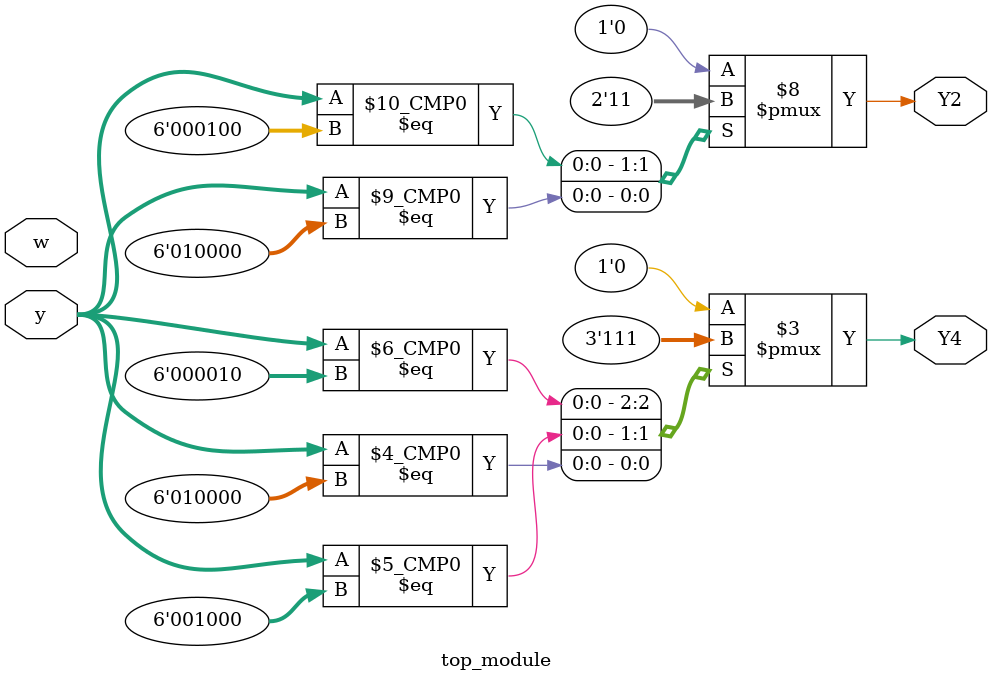
<source format=sv>
module top_module (
    input [6:1] y,
    input w,
    output reg Y2,
    output reg Y4
);

    always @* begin
        case(y)
            // State A
            7'b0000001, 7'b0100000: begin
                Y2 = 1'b0;
                Y4 = 1'b0;
            end
            // State B
            7'b0000010: begin
                Y2 = 1'b0;
                Y4 = 1'b1;
            end
            // State C
            7'b0000100: begin
                Y2 = 1'b1;
                Y4 = 1'b0;
            end
            // State D
            7'b0001000, 7'b0100000: begin
                Y2 = 1'b0;
                Y4 = 1'b1;
            end
            // State E
            7'b0010000: begin
                Y2 = 1'b1;
                Y4 = 1'b1;
            end
            // State F
            7'b0100000: begin
                Y2 = 1'b0;
                Y4 = 1'b1;
            end
            default: begin
                Y2 = 1'b0;
                Y4 = 1'b0;
            end
        endcase
    end
    
endmodule

</source>
